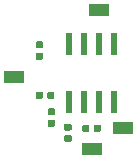
<source format=gtp>
G04 #@! TF.GenerationSoftware,KiCad,Pcbnew,(5.1.2)-2*
G04 #@! TF.CreationDate,2019-08-09T04:16:51-07:00*
G04 #@! TF.ProjectId,noncontact_electrode,6e6f6e63-6f6e-4746-9163-745f656c6563,rev?*
G04 #@! TF.SameCoordinates,Original*
G04 #@! TF.FileFunction,Paste,Top*
G04 #@! TF.FilePolarity,Positive*
%FSLAX46Y46*%
G04 Gerber Fmt 4.6, Leading zero omitted, Abs format (unit mm)*
G04 Created by KiCad (PCBNEW (5.1.2)-2) date 2019-08-09 04:16:51*
%MOMM*%
%LPD*%
G04 APERTURE LIST*
%ADD10C,0.100000*%
%ADD11C,0.590000*%
%ADD12R,0.558800X1.981200*%
%ADD13R,1.800000X1.000000*%
G04 APERTURE END LIST*
D10*
G36*
X100318958Y-104201710D02*
G01*
X100333276Y-104203834D01*
X100347317Y-104207351D01*
X100360946Y-104212228D01*
X100374031Y-104218417D01*
X100386447Y-104225858D01*
X100398073Y-104234481D01*
X100408798Y-104244202D01*
X100418519Y-104254927D01*
X100427142Y-104266553D01*
X100434583Y-104278969D01*
X100440772Y-104292054D01*
X100445649Y-104305683D01*
X100449166Y-104319724D01*
X100451290Y-104334042D01*
X100452000Y-104348500D01*
X100452000Y-104693500D01*
X100451290Y-104707958D01*
X100449166Y-104722276D01*
X100445649Y-104736317D01*
X100440772Y-104749946D01*
X100434583Y-104763031D01*
X100427142Y-104775447D01*
X100418519Y-104787073D01*
X100408798Y-104797798D01*
X100398073Y-104807519D01*
X100386447Y-104816142D01*
X100374031Y-104823583D01*
X100360946Y-104829772D01*
X100347317Y-104834649D01*
X100333276Y-104838166D01*
X100318958Y-104840290D01*
X100304500Y-104841000D01*
X100009500Y-104841000D01*
X99995042Y-104840290D01*
X99980724Y-104838166D01*
X99966683Y-104834649D01*
X99953054Y-104829772D01*
X99939969Y-104823583D01*
X99927553Y-104816142D01*
X99915927Y-104807519D01*
X99905202Y-104797798D01*
X99895481Y-104787073D01*
X99886858Y-104775447D01*
X99879417Y-104763031D01*
X99873228Y-104749946D01*
X99868351Y-104736317D01*
X99864834Y-104722276D01*
X99862710Y-104707958D01*
X99862000Y-104693500D01*
X99862000Y-104348500D01*
X99862710Y-104334042D01*
X99864834Y-104319724D01*
X99868351Y-104305683D01*
X99873228Y-104292054D01*
X99879417Y-104278969D01*
X99886858Y-104266553D01*
X99895481Y-104254927D01*
X99905202Y-104244202D01*
X99915927Y-104234481D01*
X99927553Y-104225858D01*
X99939969Y-104218417D01*
X99953054Y-104212228D01*
X99966683Y-104207351D01*
X99980724Y-104203834D01*
X99995042Y-104201710D01*
X100009500Y-104201000D01*
X100304500Y-104201000D01*
X100318958Y-104201710D01*
X100318958Y-104201710D01*
G37*
D11*
X100157000Y-104521000D03*
D10*
G36*
X99348958Y-104201710D02*
G01*
X99363276Y-104203834D01*
X99377317Y-104207351D01*
X99390946Y-104212228D01*
X99404031Y-104218417D01*
X99416447Y-104225858D01*
X99428073Y-104234481D01*
X99438798Y-104244202D01*
X99448519Y-104254927D01*
X99457142Y-104266553D01*
X99464583Y-104278969D01*
X99470772Y-104292054D01*
X99475649Y-104305683D01*
X99479166Y-104319724D01*
X99481290Y-104334042D01*
X99482000Y-104348500D01*
X99482000Y-104693500D01*
X99481290Y-104707958D01*
X99479166Y-104722276D01*
X99475649Y-104736317D01*
X99470772Y-104749946D01*
X99464583Y-104763031D01*
X99457142Y-104775447D01*
X99448519Y-104787073D01*
X99438798Y-104797798D01*
X99428073Y-104807519D01*
X99416447Y-104816142D01*
X99404031Y-104823583D01*
X99390946Y-104829772D01*
X99377317Y-104834649D01*
X99363276Y-104838166D01*
X99348958Y-104840290D01*
X99334500Y-104841000D01*
X99039500Y-104841000D01*
X99025042Y-104840290D01*
X99010724Y-104838166D01*
X98996683Y-104834649D01*
X98983054Y-104829772D01*
X98969969Y-104823583D01*
X98957553Y-104816142D01*
X98945927Y-104807519D01*
X98935202Y-104797798D01*
X98925481Y-104787073D01*
X98916858Y-104775447D01*
X98909417Y-104763031D01*
X98903228Y-104749946D01*
X98898351Y-104736317D01*
X98894834Y-104722276D01*
X98892710Y-104707958D01*
X98892000Y-104693500D01*
X98892000Y-104348500D01*
X98892710Y-104334042D01*
X98894834Y-104319724D01*
X98898351Y-104305683D01*
X98903228Y-104292054D01*
X98909417Y-104278969D01*
X98916858Y-104266553D01*
X98925481Y-104254927D01*
X98935202Y-104244202D01*
X98945927Y-104234481D01*
X98957553Y-104225858D01*
X98969969Y-104218417D01*
X98983054Y-104212228D01*
X98996683Y-104207351D01*
X99010724Y-104203834D01*
X99025042Y-104201710D01*
X99039500Y-104201000D01*
X99334500Y-104201000D01*
X99348958Y-104201710D01*
X99348958Y-104201710D01*
G37*
D11*
X99187000Y-104521000D03*
D12*
X97790000Y-97358200D03*
X99060000Y-97358200D03*
X100330000Y-97358200D03*
X101600000Y-97358200D03*
X101600000Y-102285800D03*
X100330000Y-102285800D03*
X99060000Y-102285800D03*
X97790000Y-102285800D03*
D13*
X93091000Y-100203000D03*
X100330000Y-94488000D03*
D10*
G36*
X97849958Y-105092710D02*
G01*
X97864276Y-105094834D01*
X97878317Y-105098351D01*
X97891946Y-105103228D01*
X97905031Y-105109417D01*
X97917447Y-105116858D01*
X97929073Y-105125481D01*
X97939798Y-105135202D01*
X97949519Y-105145927D01*
X97958142Y-105157553D01*
X97965583Y-105169969D01*
X97971772Y-105183054D01*
X97976649Y-105196683D01*
X97980166Y-105210724D01*
X97982290Y-105225042D01*
X97983000Y-105239500D01*
X97983000Y-105534500D01*
X97982290Y-105548958D01*
X97980166Y-105563276D01*
X97976649Y-105577317D01*
X97971772Y-105590946D01*
X97965583Y-105604031D01*
X97958142Y-105616447D01*
X97949519Y-105628073D01*
X97939798Y-105638798D01*
X97929073Y-105648519D01*
X97917447Y-105657142D01*
X97905031Y-105664583D01*
X97891946Y-105670772D01*
X97878317Y-105675649D01*
X97864276Y-105679166D01*
X97849958Y-105681290D01*
X97835500Y-105682000D01*
X97490500Y-105682000D01*
X97476042Y-105681290D01*
X97461724Y-105679166D01*
X97447683Y-105675649D01*
X97434054Y-105670772D01*
X97420969Y-105664583D01*
X97408553Y-105657142D01*
X97396927Y-105648519D01*
X97386202Y-105638798D01*
X97376481Y-105628073D01*
X97367858Y-105616447D01*
X97360417Y-105604031D01*
X97354228Y-105590946D01*
X97349351Y-105577317D01*
X97345834Y-105563276D01*
X97343710Y-105548958D01*
X97343000Y-105534500D01*
X97343000Y-105239500D01*
X97343710Y-105225042D01*
X97345834Y-105210724D01*
X97349351Y-105196683D01*
X97354228Y-105183054D01*
X97360417Y-105169969D01*
X97367858Y-105157553D01*
X97376481Y-105145927D01*
X97386202Y-105135202D01*
X97396927Y-105125481D01*
X97408553Y-105116858D01*
X97420969Y-105109417D01*
X97434054Y-105103228D01*
X97447683Y-105098351D01*
X97461724Y-105094834D01*
X97476042Y-105092710D01*
X97490500Y-105092000D01*
X97835500Y-105092000D01*
X97849958Y-105092710D01*
X97849958Y-105092710D01*
G37*
D11*
X97663000Y-105387000D03*
D10*
G36*
X97849958Y-104122710D02*
G01*
X97864276Y-104124834D01*
X97878317Y-104128351D01*
X97891946Y-104133228D01*
X97905031Y-104139417D01*
X97917447Y-104146858D01*
X97929073Y-104155481D01*
X97939798Y-104165202D01*
X97949519Y-104175927D01*
X97958142Y-104187553D01*
X97965583Y-104199969D01*
X97971772Y-104213054D01*
X97976649Y-104226683D01*
X97980166Y-104240724D01*
X97982290Y-104255042D01*
X97983000Y-104269500D01*
X97983000Y-104564500D01*
X97982290Y-104578958D01*
X97980166Y-104593276D01*
X97976649Y-104607317D01*
X97971772Y-104620946D01*
X97965583Y-104634031D01*
X97958142Y-104646447D01*
X97949519Y-104658073D01*
X97939798Y-104668798D01*
X97929073Y-104678519D01*
X97917447Y-104687142D01*
X97905031Y-104694583D01*
X97891946Y-104700772D01*
X97878317Y-104705649D01*
X97864276Y-104709166D01*
X97849958Y-104711290D01*
X97835500Y-104712000D01*
X97490500Y-104712000D01*
X97476042Y-104711290D01*
X97461724Y-104709166D01*
X97447683Y-104705649D01*
X97434054Y-104700772D01*
X97420969Y-104694583D01*
X97408553Y-104687142D01*
X97396927Y-104678519D01*
X97386202Y-104668798D01*
X97376481Y-104658073D01*
X97367858Y-104646447D01*
X97360417Y-104634031D01*
X97354228Y-104620946D01*
X97349351Y-104607317D01*
X97345834Y-104593276D01*
X97343710Y-104578958D01*
X97343000Y-104564500D01*
X97343000Y-104269500D01*
X97343710Y-104255042D01*
X97345834Y-104240724D01*
X97349351Y-104226683D01*
X97354228Y-104213054D01*
X97360417Y-104199969D01*
X97367858Y-104187553D01*
X97376481Y-104175927D01*
X97386202Y-104165202D01*
X97396927Y-104155481D01*
X97408553Y-104146858D01*
X97420969Y-104139417D01*
X97434054Y-104133228D01*
X97447683Y-104128351D01*
X97461724Y-104124834D01*
X97476042Y-104122710D01*
X97490500Y-104122000D01*
X97835500Y-104122000D01*
X97849958Y-104122710D01*
X97849958Y-104122710D01*
G37*
D11*
X97663000Y-104417000D03*
D10*
G36*
X96452958Y-103799710D02*
G01*
X96467276Y-103801834D01*
X96481317Y-103805351D01*
X96494946Y-103810228D01*
X96508031Y-103816417D01*
X96520447Y-103823858D01*
X96532073Y-103832481D01*
X96542798Y-103842202D01*
X96552519Y-103852927D01*
X96561142Y-103864553D01*
X96568583Y-103876969D01*
X96574772Y-103890054D01*
X96579649Y-103903683D01*
X96583166Y-103917724D01*
X96585290Y-103932042D01*
X96586000Y-103946500D01*
X96586000Y-104241500D01*
X96585290Y-104255958D01*
X96583166Y-104270276D01*
X96579649Y-104284317D01*
X96574772Y-104297946D01*
X96568583Y-104311031D01*
X96561142Y-104323447D01*
X96552519Y-104335073D01*
X96542798Y-104345798D01*
X96532073Y-104355519D01*
X96520447Y-104364142D01*
X96508031Y-104371583D01*
X96494946Y-104377772D01*
X96481317Y-104382649D01*
X96467276Y-104386166D01*
X96452958Y-104388290D01*
X96438500Y-104389000D01*
X96093500Y-104389000D01*
X96079042Y-104388290D01*
X96064724Y-104386166D01*
X96050683Y-104382649D01*
X96037054Y-104377772D01*
X96023969Y-104371583D01*
X96011553Y-104364142D01*
X95999927Y-104355519D01*
X95989202Y-104345798D01*
X95979481Y-104335073D01*
X95970858Y-104323447D01*
X95963417Y-104311031D01*
X95957228Y-104297946D01*
X95952351Y-104284317D01*
X95948834Y-104270276D01*
X95946710Y-104255958D01*
X95946000Y-104241500D01*
X95946000Y-103946500D01*
X95946710Y-103932042D01*
X95948834Y-103917724D01*
X95952351Y-103903683D01*
X95957228Y-103890054D01*
X95963417Y-103876969D01*
X95970858Y-103864553D01*
X95979481Y-103852927D01*
X95989202Y-103842202D01*
X95999927Y-103832481D01*
X96011553Y-103823858D01*
X96023969Y-103816417D01*
X96037054Y-103810228D01*
X96050683Y-103805351D01*
X96064724Y-103801834D01*
X96079042Y-103799710D01*
X96093500Y-103799000D01*
X96438500Y-103799000D01*
X96452958Y-103799710D01*
X96452958Y-103799710D01*
G37*
D11*
X96266000Y-104094000D03*
D10*
G36*
X96452958Y-102829710D02*
G01*
X96467276Y-102831834D01*
X96481317Y-102835351D01*
X96494946Y-102840228D01*
X96508031Y-102846417D01*
X96520447Y-102853858D01*
X96532073Y-102862481D01*
X96542798Y-102872202D01*
X96552519Y-102882927D01*
X96561142Y-102894553D01*
X96568583Y-102906969D01*
X96574772Y-102920054D01*
X96579649Y-102933683D01*
X96583166Y-102947724D01*
X96585290Y-102962042D01*
X96586000Y-102976500D01*
X96586000Y-103271500D01*
X96585290Y-103285958D01*
X96583166Y-103300276D01*
X96579649Y-103314317D01*
X96574772Y-103327946D01*
X96568583Y-103341031D01*
X96561142Y-103353447D01*
X96552519Y-103365073D01*
X96542798Y-103375798D01*
X96532073Y-103385519D01*
X96520447Y-103394142D01*
X96508031Y-103401583D01*
X96494946Y-103407772D01*
X96481317Y-103412649D01*
X96467276Y-103416166D01*
X96452958Y-103418290D01*
X96438500Y-103419000D01*
X96093500Y-103419000D01*
X96079042Y-103418290D01*
X96064724Y-103416166D01*
X96050683Y-103412649D01*
X96037054Y-103407772D01*
X96023969Y-103401583D01*
X96011553Y-103394142D01*
X95999927Y-103385519D01*
X95989202Y-103375798D01*
X95979481Y-103365073D01*
X95970858Y-103353447D01*
X95963417Y-103341031D01*
X95957228Y-103327946D01*
X95952351Y-103314317D01*
X95948834Y-103300276D01*
X95946710Y-103285958D01*
X95946000Y-103271500D01*
X95946000Y-102976500D01*
X95946710Y-102962042D01*
X95948834Y-102947724D01*
X95952351Y-102933683D01*
X95957228Y-102920054D01*
X95963417Y-102906969D01*
X95970858Y-102894553D01*
X95979481Y-102882927D01*
X95989202Y-102872202D01*
X95999927Y-102862481D01*
X96011553Y-102853858D01*
X96023969Y-102846417D01*
X96037054Y-102840228D01*
X96050683Y-102835351D01*
X96064724Y-102831834D01*
X96079042Y-102829710D01*
X96093500Y-102829000D01*
X96438500Y-102829000D01*
X96452958Y-102829710D01*
X96452958Y-102829710D01*
G37*
D11*
X96266000Y-103124000D03*
D10*
G36*
X95436958Y-98130710D02*
G01*
X95451276Y-98132834D01*
X95465317Y-98136351D01*
X95478946Y-98141228D01*
X95492031Y-98147417D01*
X95504447Y-98154858D01*
X95516073Y-98163481D01*
X95526798Y-98173202D01*
X95536519Y-98183927D01*
X95545142Y-98195553D01*
X95552583Y-98207969D01*
X95558772Y-98221054D01*
X95563649Y-98234683D01*
X95567166Y-98248724D01*
X95569290Y-98263042D01*
X95570000Y-98277500D01*
X95570000Y-98572500D01*
X95569290Y-98586958D01*
X95567166Y-98601276D01*
X95563649Y-98615317D01*
X95558772Y-98628946D01*
X95552583Y-98642031D01*
X95545142Y-98654447D01*
X95536519Y-98666073D01*
X95526798Y-98676798D01*
X95516073Y-98686519D01*
X95504447Y-98695142D01*
X95492031Y-98702583D01*
X95478946Y-98708772D01*
X95465317Y-98713649D01*
X95451276Y-98717166D01*
X95436958Y-98719290D01*
X95422500Y-98720000D01*
X95077500Y-98720000D01*
X95063042Y-98719290D01*
X95048724Y-98717166D01*
X95034683Y-98713649D01*
X95021054Y-98708772D01*
X95007969Y-98702583D01*
X94995553Y-98695142D01*
X94983927Y-98686519D01*
X94973202Y-98676798D01*
X94963481Y-98666073D01*
X94954858Y-98654447D01*
X94947417Y-98642031D01*
X94941228Y-98628946D01*
X94936351Y-98615317D01*
X94932834Y-98601276D01*
X94930710Y-98586958D01*
X94930000Y-98572500D01*
X94930000Y-98277500D01*
X94930710Y-98263042D01*
X94932834Y-98248724D01*
X94936351Y-98234683D01*
X94941228Y-98221054D01*
X94947417Y-98207969D01*
X94954858Y-98195553D01*
X94963481Y-98183927D01*
X94973202Y-98173202D01*
X94983927Y-98163481D01*
X94995553Y-98154858D01*
X95007969Y-98147417D01*
X95021054Y-98141228D01*
X95034683Y-98136351D01*
X95048724Y-98132834D01*
X95063042Y-98130710D01*
X95077500Y-98130000D01*
X95422500Y-98130000D01*
X95436958Y-98130710D01*
X95436958Y-98130710D01*
G37*
D11*
X95250000Y-98425000D03*
D10*
G36*
X95436958Y-97160710D02*
G01*
X95451276Y-97162834D01*
X95465317Y-97166351D01*
X95478946Y-97171228D01*
X95492031Y-97177417D01*
X95504447Y-97184858D01*
X95516073Y-97193481D01*
X95526798Y-97203202D01*
X95536519Y-97213927D01*
X95545142Y-97225553D01*
X95552583Y-97237969D01*
X95558772Y-97251054D01*
X95563649Y-97264683D01*
X95567166Y-97278724D01*
X95569290Y-97293042D01*
X95570000Y-97307500D01*
X95570000Y-97602500D01*
X95569290Y-97616958D01*
X95567166Y-97631276D01*
X95563649Y-97645317D01*
X95558772Y-97658946D01*
X95552583Y-97672031D01*
X95545142Y-97684447D01*
X95536519Y-97696073D01*
X95526798Y-97706798D01*
X95516073Y-97716519D01*
X95504447Y-97725142D01*
X95492031Y-97732583D01*
X95478946Y-97738772D01*
X95465317Y-97743649D01*
X95451276Y-97747166D01*
X95436958Y-97749290D01*
X95422500Y-97750000D01*
X95077500Y-97750000D01*
X95063042Y-97749290D01*
X95048724Y-97747166D01*
X95034683Y-97743649D01*
X95021054Y-97738772D01*
X95007969Y-97732583D01*
X94995553Y-97725142D01*
X94983927Y-97716519D01*
X94973202Y-97706798D01*
X94963481Y-97696073D01*
X94954858Y-97684447D01*
X94947417Y-97672031D01*
X94941228Y-97658946D01*
X94936351Y-97645317D01*
X94932834Y-97631276D01*
X94930710Y-97616958D01*
X94930000Y-97602500D01*
X94930000Y-97307500D01*
X94930710Y-97293042D01*
X94932834Y-97278724D01*
X94936351Y-97264683D01*
X94941228Y-97251054D01*
X94947417Y-97237969D01*
X94954858Y-97225553D01*
X94963481Y-97213927D01*
X94973202Y-97203202D01*
X94983927Y-97193481D01*
X94995553Y-97184858D01*
X95007969Y-97177417D01*
X95021054Y-97171228D01*
X95034683Y-97166351D01*
X95048724Y-97162834D01*
X95063042Y-97160710D01*
X95077500Y-97160000D01*
X95422500Y-97160000D01*
X95436958Y-97160710D01*
X95436958Y-97160710D01*
G37*
D11*
X95250000Y-97455000D03*
D13*
X102362000Y-104521000D03*
X99695000Y-106299000D03*
D10*
G36*
X95411958Y-101407710D02*
G01*
X95426276Y-101409834D01*
X95440317Y-101413351D01*
X95453946Y-101418228D01*
X95467031Y-101424417D01*
X95479447Y-101431858D01*
X95491073Y-101440481D01*
X95501798Y-101450202D01*
X95511519Y-101460927D01*
X95520142Y-101472553D01*
X95527583Y-101484969D01*
X95533772Y-101498054D01*
X95538649Y-101511683D01*
X95542166Y-101525724D01*
X95544290Y-101540042D01*
X95545000Y-101554500D01*
X95545000Y-101899500D01*
X95544290Y-101913958D01*
X95542166Y-101928276D01*
X95538649Y-101942317D01*
X95533772Y-101955946D01*
X95527583Y-101969031D01*
X95520142Y-101981447D01*
X95511519Y-101993073D01*
X95501798Y-102003798D01*
X95491073Y-102013519D01*
X95479447Y-102022142D01*
X95467031Y-102029583D01*
X95453946Y-102035772D01*
X95440317Y-102040649D01*
X95426276Y-102044166D01*
X95411958Y-102046290D01*
X95397500Y-102047000D01*
X95102500Y-102047000D01*
X95088042Y-102046290D01*
X95073724Y-102044166D01*
X95059683Y-102040649D01*
X95046054Y-102035772D01*
X95032969Y-102029583D01*
X95020553Y-102022142D01*
X95008927Y-102013519D01*
X94998202Y-102003798D01*
X94988481Y-101993073D01*
X94979858Y-101981447D01*
X94972417Y-101969031D01*
X94966228Y-101955946D01*
X94961351Y-101942317D01*
X94957834Y-101928276D01*
X94955710Y-101913958D01*
X94955000Y-101899500D01*
X94955000Y-101554500D01*
X94955710Y-101540042D01*
X94957834Y-101525724D01*
X94961351Y-101511683D01*
X94966228Y-101498054D01*
X94972417Y-101484969D01*
X94979858Y-101472553D01*
X94988481Y-101460927D01*
X94998202Y-101450202D01*
X95008927Y-101440481D01*
X95020553Y-101431858D01*
X95032969Y-101424417D01*
X95046054Y-101418228D01*
X95059683Y-101413351D01*
X95073724Y-101409834D01*
X95088042Y-101407710D01*
X95102500Y-101407000D01*
X95397500Y-101407000D01*
X95411958Y-101407710D01*
X95411958Y-101407710D01*
G37*
D11*
X95250000Y-101727000D03*
D10*
G36*
X96381958Y-101407710D02*
G01*
X96396276Y-101409834D01*
X96410317Y-101413351D01*
X96423946Y-101418228D01*
X96437031Y-101424417D01*
X96449447Y-101431858D01*
X96461073Y-101440481D01*
X96471798Y-101450202D01*
X96481519Y-101460927D01*
X96490142Y-101472553D01*
X96497583Y-101484969D01*
X96503772Y-101498054D01*
X96508649Y-101511683D01*
X96512166Y-101525724D01*
X96514290Y-101540042D01*
X96515000Y-101554500D01*
X96515000Y-101899500D01*
X96514290Y-101913958D01*
X96512166Y-101928276D01*
X96508649Y-101942317D01*
X96503772Y-101955946D01*
X96497583Y-101969031D01*
X96490142Y-101981447D01*
X96481519Y-101993073D01*
X96471798Y-102003798D01*
X96461073Y-102013519D01*
X96449447Y-102022142D01*
X96437031Y-102029583D01*
X96423946Y-102035772D01*
X96410317Y-102040649D01*
X96396276Y-102044166D01*
X96381958Y-102046290D01*
X96367500Y-102047000D01*
X96072500Y-102047000D01*
X96058042Y-102046290D01*
X96043724Y-102044166D01*
X96029683Y-102040649D01*
X96016054Y-102035772D01*
X96002969Y-102029583D01*
X95990553Y-102022142D01*
X95978927Y-102013519D01*
X95968202Y-102003798D01*
X95958481Y-101993073D01*
X95949858Y-101981447D01*
X95942417Y-101969031D01*
X95936228Y-101955946D01*
X95931351Y-101942317D01*
X95927834Y-101928276D01*
X95925710Y-101913958D01*
X95925000Y-101899500D01*
X95925000Y-101554500D01*
X95925710Y-101540042D01*
X95927834Y-101525724D01*
X95931351Y-101511683D01*
X95936228Y-101498054D01*
X95942417Y-101484969D01*
X95949858Y-101472553D01*
X95958481Y-101460927D01*
X95968202Y-101450202D01*
X95978927Y-101440481D01*
X95990553Y-101431858D01*
X96002969Y-101424417D01*
X96016054Y-101418228D01*
X96029683Y-101413351D01*
X96043724Y-101409834D01*
X96058042Y-101407710D01*
X96072500Y-101407000D01*
X96367500Y-101407000D01*
X96381958Y-101407710D01*
X96381958Y-101407710D01*
G37*
D11*
X96220000Y-101727000D03*
M02*

</source>
